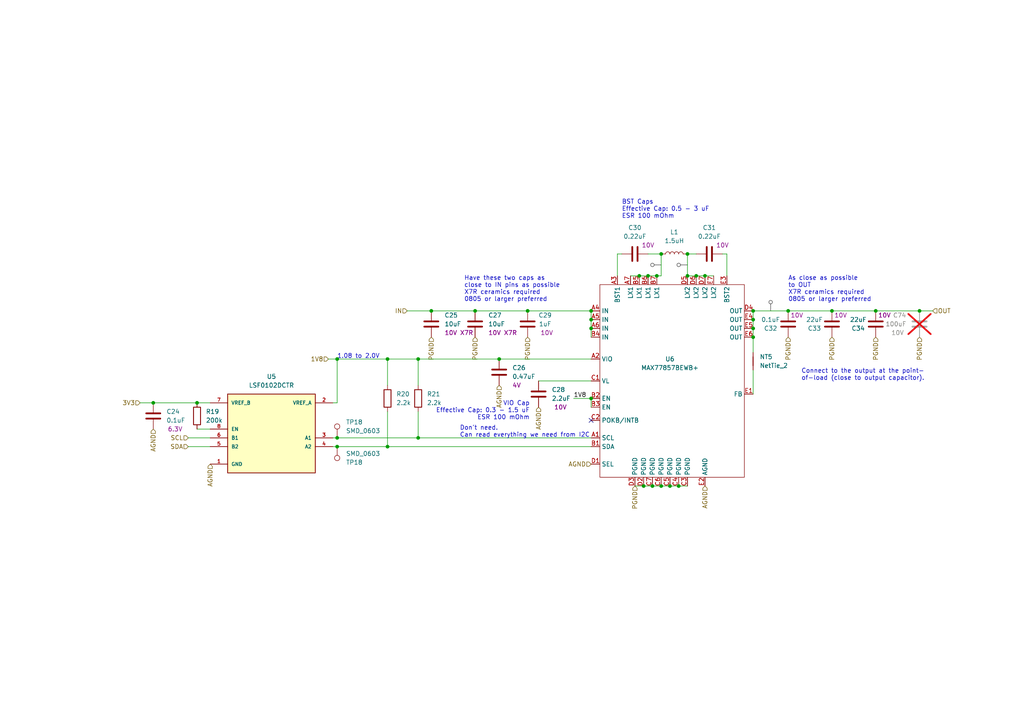
<source format=kicad_sch>
(kicad_sch (version 20230121) (generator eeschema)
  (paper "A4")
  (lib_symbols
    (symbol "Device:NetTie_2" (pin_numbers hide) (pin_names (offset 0) hide) (in_bom no)
      (property "Reference" "NT" (at 0 1.27 0))
      (property "Value" "NetTie_2" (at 0 -1.27 0))
      (symbol "NetTie_2_0_1"
        (polyline (pts (xy -1.27 0) (xy 1.27 0)) (stroke (width 0.254)))
      )
      (symbol "NetTie_2_1_1"
        (pin passive line (at -2.54 0 0) (length 2.54) (name "1") (number "1"))
        (pin passive line (at 2.54 0 180) (length 2.54) (name "2") (number "2"))
      )
    )
    (symbol "robot:C" (pin_numbers hide) (pin_names (offset 0.254))
      (property "Reference" "C" (at 0.635 2.54 0))
      (property "Value" "C" (at 0.635 -2.54 0))
      (symbol "C_0_1"
        (polyline (pts (xy -2.032 -0.762) (xy 2.032 -0.762)) (stroke (width 0.508)))
        (polyline (pts (xy -2.032 0.762) (xy 2.032 0.762)) (stroke (width 0.508)))
      )
      (symbol "C_1_1"
        (pin passive line (at 0 3.81 270) (length 2.794) (name "~") (number "1"))
        (pin passive line (at 0 -3.81 90) (length 2.794) (name "~") (number "2"))
      )
    )
    (symbol "robot:L" (pin_numbers hide) (pin_names (offset 1.016) hide)
      (property "Reference" "L" (at -1.27 0 90))
      (property "Value" "L" (at 1.905 0 90))
      (symbol "L_0_1"
        (arc (start 0 -2.54) (mid 0.6323 -1.905) (end 0 -1.27))
        (arc (start 0 -1.27) (mid 0.6323 -0.635) (end 0 0))
        (arc (start 0 0) (mid 0.6323 0.635) (end 0 1.27))
        (arc (start 0 1.27) (mid 0.6323 1.905) (end 0 2.54))
      )
      (symbol "L_1_1"
        (pin passive line (at 0 3.81 270) (length 1.27) (name "1") (number "1"))
        (pin passive line (at 0 -3.81 90) (length 1.27) (name "2") (number "2"))
      )
    )
    (symbol "robot:LSF0102DCTR" (pin_names (offset 1.016))
      (property "Reference" "U" (at -12.7 13.97 0))
      (property "Value" "LSF0102DCTR" (at -12.7 -11.43 0))
      (symbol "LSF0102DCTR_0_0"
        (rectangle (start -12.7 -10.16) (end 12.7 12.7) (stroke (width 0.254)) (fill (type background)))
        (pin power_in line (at 17.78 -7.62 180) (length 5.08) (name "GND") (number "1"))
        (pin power_in line (at -17.78 10.16 0) (length 5.08) (name "VREF_A") (number "2"))
        (pin bidirectional line (at -17.78 0 0) (length 5.08) (name "A1") (number "3"))
        (pin bidirectional line (at -17.78 -2.54 0) (length 5.08) (name "A2") (number "4"))
        (pin bidirectional line (at 17.78 -2.54 180) (length 5.08) (name "B2") (number "5"))
        (pin bidirectional line (at 17.78 0 180) (length 5.08) (name "B1") (number "6"))
        (pin power_in line (at 17.78 10.16 180) (length 5.08) (name "VREF_B") (number "7"))
        (pin input line (at 17.78 2.54 180) (length 5.08) (name "EN") (number "8"))
      )
    )
    (symbol "robot:MAX77857"
      (property "Reference" "U" (at 0 0 0))
      (property "Value" "MAX77857" (at 0 -2.54 0))
      (symbol "MAX77857_0_1"
        (rectangle (start -20.32 24.13) (end 21.59 -31.75))
      )
      (symbol "MAX77857_1_1"
        (pin input line (at -22.86 -20.32 0) (length 2.54) (name "SCL") (number "A1"))
        (pin power_in line (at -22.86 2.54 0) (length 2.54) (name "VIO") (number "A2"))
        (pin power_out line (at -15.24 26.67 270) (length 2.54) (name "BST1") (number "A3"))
        (pin power_in line (at -22.86 16.51 0) (length 2.54) (name "IN") (number "A4"))
        (pin power_in line (at -22.86 13.97 0) (length 2.54) (name "IN") (number "A5"))
        (pin power_in line (at -22.86 11.43 0) (length 2.54) (name "IN") (number "A6"))
        (pin power_out line (at -11.43 26.67 270) (length 2.54) (name "LX1") (number "A7"))
        (pin bidirectional line (at -22.86 -22.86 0) (length 2.54) (name "SDA") (number "B1"))
        (pin input line (at -22.86 -8.89 0) (length 2.54) (name "EN") (number "B2"))
        (pin input line (at -22.86 -11.43 0) (length 2.54) (name "EN") (number "B3"))
        (pin power_in line (at -22.86 8.89 0) (length 2.54) (name "IN") (number "B4"))
        (pin passive line (at -8.89 26.67 270) (length 2.54) (name "LX1") (number "B5"))
        (pin passive line (at -6.35 26.67 270) (length 2.54) (name "LX1") (number "B6"))
        (pin passive line (at -3.81 26.67 270) (length 2.54) (name "LX1") (number "B7"))
        (pin power_out line (at -22.86 -3.81 0) (length 2.54) (name "VL") (number "C1"))
        (pin output line (at -22.86 -15.24 0) (length 2.54) (name "POKB/INTB") (number "C2"))
        (pin power_in line (at 5.08 -34.29 90) (length 2.54) (name "PGND") (number "C3"))
        (pin power_in line (at 2.54 -34.29 90) (length 2.54) (name "PGND") (number "C4"))
        (pin power_in line (at 0 -34.29 90) (length 2.54) (name "PGND") (number "C5"))
        (pin power_in line (at -2.54 -34.29 90) (length 2.54) (name "PGND") (number "C6"))
        (pin power_in line (at -5.08 -34.29 90) (length 2.54) (name "PGND") (number "C7"))
        (pin input line (at -22.86 -27.94 0) (length 2.54) (name "SEL") (number "D1"))
        (pin power_in line (at -7.62 -34.29 90) (length 2.54) (name "PGND") (number "D2"))
        (pin power_in line (at -10.16 -34.29 90) (length 2.54) (name "PGND") (number "D3"))
        (pin power_out line (at 24.13 16.51 180) (length 2.54) (name "OUT") (number "D4"))
        (pin power_out line (at 5.08 26.67 270) (length 2.54) (name "LX2") (number "D5"))
        (pin passive line (at 7.62 26.67 270) (length 2.54) (name "LX2") (number "D6"))
        (pin passive line (at 10.16 26.67 270) (length 2.54) (name "LX2") (number "D7"))
        (pin input line (at 24.13 -7.62 180) (length 2.54) (name "FB") (number "E1"))
        (pin power_in line (at 10.16 -34.29 90) (length 2.54) (name "AGND") (number "E2"))
        (pin power_out line (at 16.51 26.67 270) (length 2.54) (name "BST2") (number "E3"))
        (pin passive line (at 24.13 13.97 180) (length 2.54) (name "OUT") (number "E4"))
        (pin passive line (at 24.13 11.43 180) (length 2.54) (name "OUT") (number "E5"))
        (pin passive line (at 24.13 8.89 180) (length 2.54) (name "OUT") (number "E6"))
        (pin passive line (at 12.7 26.67 270) (length 2.54) (name "LX2") (number "E7"))
      )
    )
    (symbol "robot:R" (pin_numbers hide) (pin_names (offset 0))
      (property "Reference" "R" (at 2.032 0 90))
      (property "Value" "R" (at 0 0 90))
      (symbol "R_0_1"
        (rectangle (start -1.016 -2.54) (end 1.016 2.54) (stroke (width 0.254)))
      )
      (symbol "R_1_1"
        (pin passive line (at 0 3.81 270) (length 1.27) (name "~") (number "1"))
        (pin passive line (at 0 -3.81 90) (length 1.27) (name "~") (number "2"))
      )
    )
    (symbol "robot:TestPoint" (pin_numbers hide) (pin_names (offset 0.762) hide)
      (property "Reference" "TP" (at 0 6.858 0))
      (symbol "TestPoint_0_1"
        (circle (center 0 3.302) (radius 0.762))
      )
      (symbol "TestPoint_1_1"
        (pin passive line (at 0 0 90) (length 2.54) (name "1") (number "1"))
      )
    )
  )
  (junction (at 97.79 129.54))
  (junction (at 153.035 90.17))
  (junction (at 44.45 116.84))
  (junction (at 191.77 140.97))
  (junction (at 186.69 140.97))
  (junction (at 144.78 104.14))
  (junction (at 187.96 80.01))
  (junction (at 189.23 140.97))
  (junction (at 191.77 73.66))
  (junction (at 266.7 90.17))
  (junction (at 171.45 115.57))
  (junction (at 196.85 140.97))
  (junction (at 121.285 104.14))
  (junction (at 218.44 97.79))
  (junction (at 199.39 80.01))
  (junction (at 185.42 80.01))
  (junction (at 97.79 104.14))
  (junction (at 218.44 95.25))
  (junction (at 199.39 73.66))
  (junction (at 201.93 80.01))
  (junction (at 97.79 127))
  (junction (at 125.095 90.17))
  (junction (at 171.45 92.71))
  (junction (at 194.31 140.97))
  (junction (at 228.6 90.17))
  (junction (at 121.285 127))
  (junction (at 204.47 80.01))
  (junction (at 171.45 90.17))
  (junction (at 218.44 92.71))
  (junction (at 241.3 90.17))
  (junction (at 190.5 80.01))
  (junction (at 254 90.17))
  (junction (at 112.395 129.54))
  (junction (at 171.45 95.25))
  (junction (at 57.15 116.84))
  (junction (at 137.795 90.17))
  (junction (at 112.395 104.14))
  (junction (at 218.44 90.17))
  (no_connect (at 171.45 121.92))
  (wire (pts (xy 210.82 73.66) (xy 210.82 80.01)))
  (wire (pts (xy 171.45 92.71) (xy 171.45 95.25)))
  (wire (pts (xy 112.395 129.54) (xy 171.45 129.54)))
  (wire (pts (xy 144.78 104.14) (xy 171.45 104.14)))
  (wire (pts (xy 218.44 95.25) (xy 218.44 97.79)))
  (wire (pts (xy 112.395 119.38) (xy 112.395 129.54)))
  (wire (pts (xy 179.07 73.66) (xy 180.34 73.66)))
  (wire (pts (xy 186.69 140.97) (xy 189.23 140.97)))
  (wire (pts (xy 209.55 73.66) (xy 210.82 73.66)))
  (wire (pts (xy 95.25 104.14) (xy 97.79 104.14)))
  (wire (pts (xy 96.52 116.84) (xy 97.79 116.84)))
  (wire (pts (xy 40.64 116.84) (xy 44.45 116.84)))
  (wire (pts (xy 137.795 90.17) (xy 153.035 90.17)))
  (wire (pts (xy 199.39 73.66) (xy 199.39 80.01)))
  (wire (pts (xy 191.77 140.97) (xy 194.31 140.97)))
  (wire (pts (xy 44.45 116.84) (xy 57.15 116.84)))
  (wire (pts (xy 171.45 95.25) (xy 171.45 97.79)))
  (wire (pts (xy 194.31 140.97) (xy 196.85 140.97)))
  (wire (pts (xy 121.285 119.38) (xy 121.285 127)))
  (wire (pts (xy 125.095 90.17) (xy 137.795 90.17)))
  (wire (pts (xy 187.96 73.66) (xy 191.77 73.66)))
  (wire (pts (xy 97.79 104.14) (xy 112.395 104.14)))
  (wire (pts (xy 189.23 140.97) (xy 191.77 140.97)))
  (wire (pts (xy 218.44 92.71) (xy 218.44 95.25)))
  (wire (pts (xy 218.44 97.79) (xy 218.44 102.235)))
  (wire (pts (xy 199.39 73.66) (xy 201.93 73.66)))
  (wire (pts (xy 185.42 80.01) (xy 187.96 80.01)))
  (wire (pts (xy 171.45 90.17) (xy 171.45 92.71)))
  (wire (pts (xy 179.07 80.01) (xy 179.07 73.66)))
  (wire (pts (xy 112.395 111.76) (xy 112.395 104.14)))
  (wire (pts (xy 112.395 104.14) (xy 121.285 104.14)))
  (wire (pts (xy 97.79 129.54) (xy 112.395 129.54)))
  (wire (pts (xy 241.3 90.17) (xy 254 90.17)))
  (wire (pts (xy 96.52 127) (xy 97.79 127)))
  (wire (pts (xy 166.37 115.57) (xy 171.45 115.57)))
  (wire (pts (xy 201.93 80.01) (xy 204.47 80.01)))
  (wire (pts (xy 218.44 90.17) (xy 218.44 92.71)))
  (wire (pts (xy 118.11 90.17) (xy 125.095 90.17)))
  (wire (pts (xy 54.61 129.54) (xy 60.96 129.54)))
  (wire (pts (xy 57.15 124.46) (xy 60.96 124.46)))
  (wire (pts (xy 153.035 90.17) (xy 171.45 90.17)))
  (wire (pts (xy 57.15 116.84) (xy 60.96 116.84)))
  (wire (pts (xy 54.61 127) (xy 60.96 127)))
  (wire (pts (xy 266.7 90.17) (xy 270.51 90.17)))
  (wire (pts (xy 182.88 80.01) (xy 185.42 80.01)))
  (wire (pts (xy 218.44 90.17) (xy 228.6 90.17)))
  (wire (pts (xy 190.5 80.01) (xy 191.77 80.01)))
  (wire (pts (xy 121.285 127) (xy 171.45 127)))
  (wire (pts (xy 97.79 127) (xy 121.285 127)))
  (wire (pts (xy 228.6 90.17) (xy 241.3 90.17)))
  (wire (pts (xy 204.47 80.01) (xy 207.01 80.01)))
  (wire (pts (xy 96.52 129.54) (xy 97.79 129.54)))
  (wire (pts (xy 199.39 80.01) (xy 201.93 80.01)))
  (wire (pts (xy 121.285 104.14) (xy 144.78 104.14)))
  (wire (pts (xy 254 90.17) (xy 266.7 90.17)))
  (wire (pts (xy 171.45 115.57) (xy 171.45 118.11)))
  (wire (pts (xy 184.15 140.97) (xy 186.69 140.97)))
  (wire (pts (xy 187.96 80.01) (xy 190.5 80.01)))
  (wire (pts (xy 196.85 140.97) (xy 199.39 140.97)))
  (wire (pts (xy 121.285 111.76) (xy 121.285 104.14)))
  (wire (pts (xy 218.44 107.315) (xy 218.44 114.3)))
  (wire (pts (xy 156.21 110.49) (xy 171.45 110.49)))
  (wire (pts (xy 97.79 116.84) (xy 97.79 104.14)))
  (wire (pts (xy 191.77 80.01) (xy 191.77 73.66)))
  (text "Have these two caps as \nclose to IN pins as possible\nX7R ceramics required\n0805 or larger preferred" (at 134.62 87.63 0) (effects (font (size 1.27 1.27)) (justify left bottom)))
  (text "Connect to the output at the point-\nof-load (close to output capacitor)." (at 232.41 110.49 0) (effects (font (size 1.27 1.27)) (justify left bottom)))
  (text "Don't need.\nCan read everything we need from I2C" (at 133.35 127 0) (effects (font (size 1.27 1.27)) (justify left bottom)))
  (text "BST Caps\nEffective Cap: 0.5 - 3 uF\nESR 100 mOhm" (at 180.34 63.5 0) (effects (font (size 1.27 1.27)) (justify left bottom)))
  (text "1.08 to 2.0V" (at 97.79 104.14 0) (effects (font (size 1.27 1.27)) (justify left bottom)))
  (text "As close as possible\nto OUT\nX7R ceramics required\n0805 or larger preferred" (at 228.6 87.63 0) (effects (font (size 1.27 1.27)) (justify left bottom)))
  (text "VIO Cap\nEffective Cap: 0.3 - 1.5 uF\nESR 100 mOhm" (at 153.67 121.92 0) (effects (font (size 1.27 1.27)) (justify right bottom)))
  (label "1V8" (at 166.37 115.57 0))
  (hierarchical_label "PGND" (shape input) (at 254 97.79 270))
  (hierarchical_label "1V8" (shape input) (at 95.25 104.14 180))
  (hierarchical_label "PGND" (shape input) (at 266.7 97.79 270))
  (hierarchical_label "PGND" (shape input) (at 125.095 97.79 270))
  (hierarchical_label "SDA" (shape input) (at 54.61 129.54 180))
  (hierarchical_label "PGND" (shape input) (at 137.795 97.79 270))
  (hierarchical_label "OUT" (shape input) (at 270.51 90.17 0))
  (hierarchical_label "PGND" (shape input) (at 184.15 140.97 270))
  (hierarchical_label "3V3" (shape input) (at 40.64 116.84 180))
  (hierarchical_label "AGND" (shape input) (at 44.45 124.46 270))
  (hierarchical_label "AGND" (shape input) (at 156.21 118.11 270))
  (hierarchical_label "PGND" (shape input) (at 228.6 97.79 270))
  (hierarchical_label "PGND" (shape input) (at 241.3 97.79 270))
  (hierarchical_label "AGND" (shape input) (at 204.47 140.97 270))
  (hierarchical_label "AGND" (shape input) (at 60.96 134.62 270))
  (hierarchical_label "IN" (shape input) (at 118.11 90.17 180))
  (hierarchical_label "AGND" (shape input) (at 144.78 111.76 270))
  (hierarchical_label "AGND" (shape input) (at 171.45 134.62 180))
  (hierarchical_label "PGND" (shape input) (at 153.035 97.79 270))
  (hierarchical_label "SCL" (shape input) (at 54.61 127 180))
  (netclass_flag "" (length 2.54) (shape round) (at 191.77 76.835 90) (property "Netclass" "power_2A" (effects hide)))
  (netclass_flag "" (length 2.54) (shape round) (at 199.39 76.835 90) (property "Netclass" "power_2A" (effects hide)))
  (netclass_flag "" (length 2.54) (shape round) (at 223.52 90.17 0) (property "Netclass" "power_2A" (effects hide)))
  (symbol (lib_id "robot:MAX77857") (at 194.31 106.68 0) (unit 1)
    (property "Reference" "U6" (at 194.31 104.14 0))
    (property "Value" "MAX77857BEWB+" (at 194.31 106.68 0))
    (property "Footprint" "robot:WLP-35_7x5_2.828x2.028mm" (effects hide))
    (property "Datasheet" "https://datasheets.maximintegrated.com/en/ds/MAX77857.pdf" (effects hide))
    (property "Part Number" "MAX77857BEWB+" (effects hide))
    (property "Manufacturer" "Maxim" (effects hide))
    (property "Stock" "19" (effects hide))
    (property "Type" "SMD" (effects hide))
  )
  (symbol (lib_id "robot:C") (at 156.21 114.3 0) (unit 1)
    (property "Reference" "C28" (at 160.02 113.0299 0) (effects (justify left)))
    (property "Value" "2.2uF" (at 160.02 115.5699 0) (effects (justify left)))
    (property "Footprint" "robot:C_0603_1608Metric" (effects hide))
    (property "Description" "10V" (at 162.56 118.11 0))
    (property "Manufacturer" "Samsung" (effects hide))
    (property "Part Number" "CL10A225KP8NNNC" (effects hide))
    (property "Type" "SMD" (effects hide))
  )
  (symbol (lib_id "robot:LSF0102DCTR") (at 78.74 127 0) (mirror y) (unit 1)
    (property "Reference" "U5" (at 78.74 109.22 0))
    (property "Value" "LSF0102DCTR" (at 78.74 111.76 0))
    (property "Footprint" "robot:SOP65P400X130-8N" (effects hide))
    (property "Datasheet" "https://www.ti.com/lit/ds/symlink/lsf0102.pdf?ts=1663326115010&ref_url=https%253A%252F%252Fwww.ti.com%252Fproduct%252FLSF0102%252Fpart-details%252FLSF0102DCTR" (effects hide))
    (property "Manufacturer" "Texas Instruments" (effects hide))
    (property "Part Number" "LSF0102DCTR" (effects hide))
    (property "Stock" "19" (effects hide))
    (property "Type" "SMD" (effects hide))
  )
  (symbol (lib_id "Device:NetTie_2") (at 218.44 104.775 270) (unit 1) (in_bom no)
    (property "Reference" "NT5" (at 220.345 103.505 90) (effects (justify left)))
    (property "Value" "NetTie_2" (at 220.345 106.045 90) (effects (justify left)))
    (property "Footprint" "robot:NetTie-_SMD_Pad6mil" (effects hide))
    (property "Manufacturer" "N/A" (effects hide))
    (property "Part Number" "N/A" (effects hide))
    (property "Type" "DNP" (effects hide))
    (instances (project "robot" (path "" (reference "NT5") (unit 1)) (path "" (reference "NT15") (unit 1)) (path "" (reference "NT15") (unit 1))))
  )
  (symbol (lib_id "robot:C") (at 228.6 93.98 180) (unit 1)
    (property "Reference" "C32" (at 223.52 95.25 0))
    (property "Value" "0.1uF" (at 223.52 92.71 0))
    (property "Footprint" "robot:C_0402_1005Metric" (effects hide))
    (property "Description" "10V" (at 231.14 91.44 0))
    (property "Manufacturer" "Samsung" (effects hide))
    (property "Part Number" "CL05A104KA5NNNC" (effects hide))
    (property "Type" "SMD" (effects hide))
  )
  (symbol (lib_id "robot:C") (at 137.795 93.98 0) (unit 1)
    (property "Reference" "C27" (at 141.605 91.4399 0) (effects (justify left)))
    (property "Value" "10uF" (at 141.605 93.9799 0) (effects (justify left)))
    (property "Footprint" "robot:C_0603_1608Metric" (effects hide))
    (property "Description" "10V X7R" (at 141.605 96.52 0) (effects (justify left)))
    (property "Manufacturer" "Murata" (effects hide))
    (property "Part Number" "GRM188R61E106KA73J" (effects hide))
    (property "Type" "SMD" (effects hide))
  )
  (symbol (lib_id "robot:R") (at 112.395 115.57 0) (unit 1)
    (property "Reference" "R20" (at 114.935 114.2999 0) (effects (justify left)))
    (property "Value" "2.2k" (at 114.935 116.8399 0) (effects (justify left)))
    (property "Footprint" "robot:R_0603_1608Metric" (effects hide))
    (property "Manufacturer" "Stackpole Electronics" (effects hide))
    (property "Part Number" "RMCF0603JT2K20" (effects hide))
    (property "Type" "SMD" (effects hide))
  )
  (symbol (lib_id "robot:C") (at 125.095 93.98 0) (unit 1)
    (property "Reference" "C25" (at 128.905 91.4399 0) (effects (justify left)))
    (property "Value" "10uF" (at 128.905 93.9799 0) (effects (justify left)))
    (property "Footprint" "robot:C_0603_1608Metric" (effects hide))
    (property "Description" "10V X7R" (at 128.905 96.5199 0) (effects (justify left)))
    (property "Manufacturer" "Murata" (effects hide))
    (property "Part Number" "GRM188R61E106KA73J" (effects hide))
    (property "Type" "SMD" (effects hide))
  )
  (symbol (lib_id "robot:C") (at 44.45 120.65 0) (unit 1)
    (property "Reference" "C24" (at 48.26 119.3799 0) (effects (justify left)))
    (property "Value" "0.1uF" (at 48.26 121.9199 0) (effects (justify left)))
    (property "Footprint" "robot:C_0402_1005Metric" (effects hide))
    (property "Description" "6.3V" (at 50.8 124.46 0))
    (property "Manufacturer" "Samsung" (effects hide))
    (property "Part Number" "CL05A104KA5NNNC" (effects hide))
    (property "Type" "SMD" (effects hide))
  )
  (symbol (lib_id "robot:C") (at 153.035 93.98 180) (unit 1)
    (property "Reference" "C29" (at 158.115 91.44 0))
    (property "Value" "1uF" (at 158.115 93.98 0))
    (property "Footprint" "robot:C_0402_1005Metric" (effects hide))
    (property "Description" " 10V" (at 158.115 96.52 0))
    (property "Manufacturer" "Murata" (effects hide))
    (property "Part Number" "GRM155R61E105KA12D" (effects hide))
    (property "Stock" "10" (effects hide))
    (property "Type" "SMD" (effects hide))
  )
  (symbol (lib_id "robot:TestPoint") (at 97.79 129.54 0) (mirror x) (unit 1)
    (property "Reference" "TP18" (at 100.33 134.112 0) (effects (justify left)))
    (property "Value" "SMD_0603" (at 100.33 131.572 0) (effects (justify left)))
    (property "Footprint" "robot:TestPoint_SMD_0603" (effects hide))
    (property "Description" "SMD Test Point 0603 size." (effects hide))
    (property "Manufacturer" "KOA Speer Electronics, Inc." (effects hide))
    (property "Part Number" "RCUCTE" (effects hide))
    (property "Type" "SMD" (effects hide))
    (instances (project "robot" (path "" (reference "TP18") (unit 1)) (path "" (reference "TP19") (unit 1))))
  )
  (symbol (lib_id "robot:C") (at 254 93.98 180) (unit 1)
    (property "Reference" "C34" (at 248.92 95.25 0))
    (property "Value" "22uF" (at 248.92 92.71 0))
    (property "Footprint" "robot:C_0603_1608Metric" (effects hide))
    (property "Description" "10V" (at 256.54 91.44 0))
    (property "Manufacturer" "Murata" (effects hide))
    (property "Part Number" "GRM188R61A226ME15D" (effects hide))
    (property "Type" "SMD" (effects hide))
  )
  (symbol (lib_id "robot:L") (at 195.58 73.66 90) (unit 1)
    (property "Reference" "L1" (at 195.58 67.31 90))
    (property "Value" "1.5uH" (at 195.58 69.85 90))
    (property "Footprint" "robot:NRS6028T1R5NMGJ" (effects hide))
    (property "Datasheet" "https://www.mouser.jp/datasheet/2/396/wound04_e-1290968.pdf" (effects hide))
    (property "Part Number" "NRS6028T1R5NMGJ" (effects hide))
    (property "Description" "DCR < 22 mOhms. I_sat > 4A" (effects hide))
    (property "Manufacturer" "TAIYO YUDEN" (effects hide))
    (property "Type" "SMD" (effects hide))
  )
  (symbol (lib_id "robot:C") (at 241.3 93.98 180) (unit 1)
    (property "Reference" "C33" (at 236.22 95.25 0))
    (property "Value" "22uF" (at 236.22 92.71 0))
    (property "Footprint" "robot:C_0603_1608Metric" (effects hide))
    (property "Description" "10V" (at 243.84 91.44 0))
    (property "Manufacturer" "Murata" (effects hide))
    (property "Part Number" "GRM188R61A226ME15D" (effects hide))
    (property "Type" "SMD" (effects hide))
  )
  (symbol (lib_id "robot:C") (at 184.15 73.66 90) (unit 1)
    (property "Reference" "C30" (at 184.15 66.04 90))
    (property "Value" "0.22uF" (at 184.15 68.58 90))
    (property "Footprint" "robot:C_0603_1608Metric" (effects hide))
    (property "Description" "10V" (at 187.96 71.12 90))
    (property "Manufacturer" "Samsung" (effects hide))
    (property "Part Number" "CL10B224KA8NNNC" (effects hide))
    (property "Type" "SMD" (effects hide))
  )
  (symbol (lib_id "robot:TestPoint") (at 97.79 127 0) (unit 1)
    (property "Reference" "TP18" (at 100.33 122.428 0) (effects (justify left)))
    (property "Value" "SMD_0603" (at 100.33 124.968 0) (effects (justify left)))
    (property "Footprint" "robot:TestPoint_SMD_0603" (effects hide))
    (property "Description" "SMD Test Point 0603 size." (effects hide))
    (property "Manufacturer" "KOA Speer Electronics, Inc." (effects hide))
    (property "Part Number" "RCUCTE" (effects hide))
    (property "Type" "SMD" (effects hide))
  )
  (symbol (lib_id "robot:R") (at 57.15 120.65 0) (unit 1)
    (property "Reference" "R19" (at 59.69 119.3799 0) (effects (justify left)))
    (property "Value" "200k" (at 59.69 121.9199 0) (effects (justify left)))
    (property "Footprint" "robot:R_0603_1608Metric" (effects hide))
    (property "Manufacturer" "Stackpole Electronics" (effects hide))
    (property "Part Number" "RMCF0603JT200K" (effects hide))
    (property "Type" "SMD" (effects hide))
  )
  (symbol (lib_id "robot:C") (at 144.78 107.95 0) (unit 1)
    (property "Reference" "C26" (at 148.59 106.6799 0) (effects (justify left)))
    (property "Value" "0.47uF" (at 148.59 109.2199 0) (effects (justify left)))
    (property "Footprint" "robot:C_0603_1608Metric" (effects hide))
    (property "Description" "4V" (at 149.86 111.76 0))
    (property "Manufacturer" "Samsung" (effects hide))
    (property "Part Number" "CL10B474KO8NNNC" (effects hide))
    (property "Type" "SMD" (effects hide))
  )
  (symbol (lib_id "robot:C") (at 205.74 73.66 90) (unit 1)
    (property "Reference" "C31" (at 205.74 66.04 90))
    (property "Value" "0.22uF" (at 205.74 68.58 90))
    (property "Footprint" "robot:C_0603_1608Metric" (effects hide))
    (property "Description" "10V" (at 209.55 71.12 90))
    (property "Manufacturer" "Samsung" (effects hide))
    (property "Part Number" "CL10B224KA8NNNC" (effects hide))
    (property "Type" "SMD" (effects hide))
  )
  (symbol (lib_id "robot:R") (at 121.285 115.57 0) (unit 1)
    (property "Reference" "R21" (at 123.825 114.2999 0) (effects (justify left)))
    (property "Value" "2.2k" (at 123.825 116.8399 0) (effects (justify left)))
    (property "Footprint" "robot:R_0603_1608Metric" (effects hide))
    (property "Manufacturer" "Stackpole Electronics" (effects hide))
    (property "Part Number" "RMCF0603JT2K20" (effects hide))
    (property "Type" "SMD" (effects hide))
  )
  (symbol (lib_id "robot:C") (at 266.7 93.98 0) (mirror y) (unit 1) (dnp yes)
    (property "Reference" "C74" (at 262.89 91.4399 0) (effects (justify left)))
    (property "Value" "100uF" (at 262.89 93.9799 0) (effects (justify left)))
    (property "Footprint" "robot:C_1206_3216Metric" (effects hide))
    (property "Description" "10V" (at 260.35 96.52 0))
    (property "Manufacturer" "Murata" (effects hide))
    (property "Part Number" "GRM31CD80J107MEA8K" (effects hide))
    (property "Stock" "20" (effects hide))
    (property "V_Max" "6.3V" (effects hide))
    (property "Type" "SMD" (effects hide))
    (instances (project "robot" (path "" (reference "C74") (unit 1)) (path "" (reference "C89") (unit 1)) (path "" (reference "C91") (unit 1))))
  )
)
</source>
